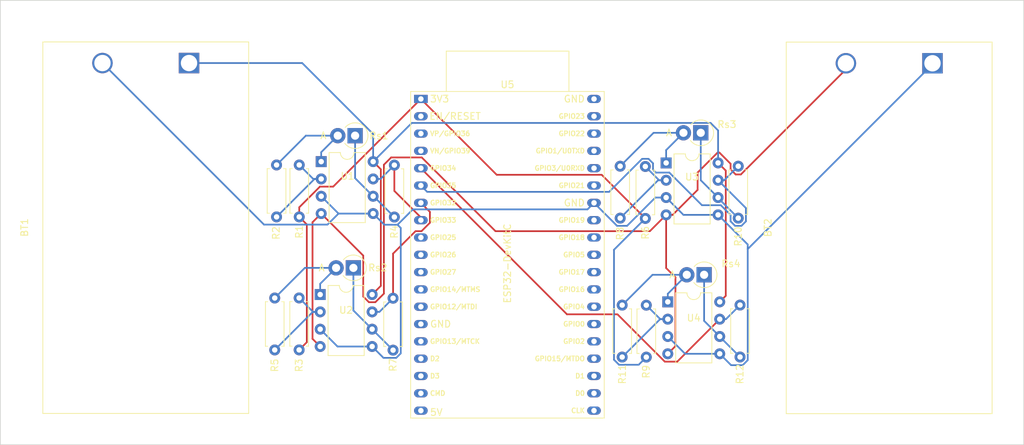
<source format=kicad_pcb>
(kicad_pcb (version 20221018) (generator pcbnew)
  (layers (0 "F.Cu" signal) (31 "B.Cu" signal) (34 "B.Paste" user) (35 "F.Paste" user) (36 "B.SilkS" user "B.Silkscreen") (37 "F.SilkS" user "F.Silkscreen") (38 "B.Mask" user) (39 "F.Mask" user) (44 "Edge.Cuts" user))
  (net 0 "")
  (net 1 "Net-(BT1-+)")
  (net 2 "Net-(BT1--)")
  (net 3 "Net-(BT2--)")
  (net 4 "Net-(U5-3V3)")
  (net 5 "Net-(U1A--)")
  (net 6 "Net-(R2-Pad2)")
  (net 7 "Net-(U2A--)")
  (net 8 "Net-(U1B--)")
  (net 9 "Net-(U5-32K_XN{slash}GPIO33{slash}ADC1_CH5)")
  (net 10 "Net-(R5-Pad2)")
  (net 11 "Net-(U3A--)")
  (net 12 "Net-(U2B--)")
  (net 13 "Net-(U5-32K_XP{slash}GPIO32{slash}ADC1_CH4)")
  (net 14 "Net-(R8-Pad2)")
  (net 15 "Net-(U4A--)")
  (net 16 "Net-(U3B--)")
  (net 17 "Net-(U5-VDET_2{slash}GPIO35{slash}ADC1_CH7)")
  (net 18 "Net-(R11-Pad2)")
  (net 19 "Net-(U4B--)")
  (net 20 "Net-(U5-VDET_1{slash}GPIO34{slash}ADC1_CH6)")
  (footprint "Resistor_THT:R_Axial_DIN0207_L6.3mm_D2.5mm_P7.62mm_Horizontal" (layer "F.Cu") (at 165.918 94.892 90)
    (fp_text reference "R6" (at -2.11 0.01 90) (layer "F.SilkS"))
    (fp_text value "1k")
    (fp_line (start 0.54 -1.37) (end 7.08 -1.37) (stroke (width 0.12)) (layer "F.SilkS"))
    (fp_line (start 0.54 -1.04) (end 0.54 -1.37) (stroke (width 0.12)) (layer "F.SilkS"))
    (fp_line (start 0.54 1.04) (end 0.54 1.37) (stroke (width 0.12)) (layer "F.SilkS"))
    (fp_line (start 0.54 1.37) (end 7.08 1.37) (stroke (width 0.12)) (layer "F.SilkS"))
    (fp_line (start 7.08 -1.37) (end 7.08 -1.04) (stroke (width 0.12)) (layer "F.SilkS"))
    (fp_line (start 7.08 1.37) (end 7.08 1.04) (stroke (width 0.12)) (layer "F.SilkS"))
    (pad "1" thru_hole circle (at 0 0 90) (size 1.6 1.6) (drill 0.8) (layers "*.Cu" "*.Mask") (net 4 "Net-(U5-3V3)"))
    (pad "2" thru_hole oval (at 7.62 0 90) (size 1.6 1.6) (drill 0.8) (layers "*.Cu" "*.Mask") (net 11 "Net-(U3A--)"))
  )
  (footprint "Battery:BatteryHolder_Eagle_12BH611-GR" (layer "F.Cu") (at 98.98 72.1 90)
    (fp_text reference "BT1" (at -24.13 -24.13 90) (layer "F.SilkS"))
    (fp_text value "9V")
    (fp_line (start -51.4 -21.45) (end 3.1 -21.45) (stroke (width 0.12)) (layer "F.SilkS"))
    (fp_line (start -51.4 8.75) (end -51.4 -21.45) (stroke (width 0.12)) (layer "F.SilkS"))
    (fp_line (start 3.1 -21.45) (end 3.1 8.75) (stroke (width 0.12)) (layer "F.SilkS"))
    (fp_line (start 3.1 8.75) (end -51.4 8.75) (stroke (width 0.12)) (layer "F.SilkS"))
    (pad "" np_thru_hole circle (at -38.9 -17.45 90) (size 2.6 2.6) (drill 2.6) (layers "*.Cu" "*.Mask"))
    (pad "" np_thru_hole circle (at -24.15 4.75 90) (size 2.6 2.6) (drill 2.6) (layers "*.Cu" "*.Mask"))
    (pad "" np_thru_hole circle (at -10.9 -17.45 90) (size 2.6 2.6) (drill 2.6) (layers "*.Cu" "*.Mask"))
    (pad "1" thru_hole rect (at 0 0 90) (size 3 3) (drill 2.4) (layers "*.Cu" "*.Mask") (net 1 "Net-(BT1-+)"))
    (pad "2" thru_hole circle (at 0 -12.7 90) (size 3 3) (drill 2.4) (layers "*.Cu" "*.Mask") (net 2 "Net-(BT1--)"))
  )
  (footprint "Resistor_THT:R_Axial_DIN0207_L6.3mm_D2.5mm_P7.62mm_Horizontal" (layer "F.Cu") (at 179.81 115.22 90)
    (fp_text reference "R12" (at -2.53 -0.02 90) (layer "F.SilkS"))
    (fp_text value "10k")
    (fp_line (start 0.54 -1.37) (end 7.08 -1.37) (stroke (width 0.12)) (layer "F.SilkS"))
    (fp_line (start 0.54 -1.04) (end 0.54 -1.37) (stroke (width 0.12)) (layer "F.SilkS"))
    (fp_line (start 0.54 1.04) (end 0.54 1.37) (stroke (width 0.12)) (layer "F.SilkS"))
    (fp_line (start 0.54 1.37) (end 7.08 1.37) (stroke (width 0.12)) (layer "F.SilkS"))
    (fp_line (start 7.08 -1.37) (end 7.08 -1.04) (stroke (width 0.12)) (layer "F.SilkS"))
    (fp_line (start 7.08 1.37) (end 7.08 1.04) (stroke (width 0.12)) (layer "F.SilkS"))
    (pad "1" thru_hole circle (at 0 0 90) (size 1.6 1.6) (drill 0.8) (layers "*.Cu" "*.Mask") (net 19 "Net-(U4B--)"))
    (pad "2" thru_hole oval (at 7.62 0 90) (size 1.6 1.6) (drill 0.8) (layers "*.Cu" "*.Mask") (net 20 "Net-(U5-VDET_1{slash}GPIO34{slash}ADC1_CH6)"))
  )
  (footprint "Package_DIP:DIP-8_W7.62mm" (layer "F.Cu") (at 118.37 86.56)
    (fp_text reference "U1" (at 3.86 2.13) (layer "F.SilkS"))
    (fp_text value "TL072")
    (fp_line (start 1.16 -1.33) (end 1.16 8.95) (stroke (width 0.12)) (layer "F.SilkS"))
    (fp_line (start 1.16 8.95) (end 6.46 8.95) (stroke (width 0.12)) (layer "F.SilkS"))
    (fp_line (start 2.81 -1.33) (end 1.16 -1.33) (stroke (width 0.12)) (layer "F.SilkS"))
    (fp_line (start 6.46 -1.33) (end 4.81 -1.33) (stroke (width 0.12)) (layer "F.SilkS"))
    (fp_line (start 6.46 8.95) (end 6.46 -1.33) (stroke (width 0.12)) (layer "F.SilkS"))
    (fp_arc (start 4.81 -1.33) (mid 3.81 -0.33) (end 2.81 -1.33) (stroke (width 0.12)) (layer "F.SilkS"))
    (pad "1" thru_hole rect (at 0 0) (size 1.6 1.6) (drill 0.8) (layers "*.Cu" "*.Mask") (net 6 "Net-(R2-Pad2)"))
    (pad "2" thru_hole oval (at 0 2.54) (size 1.6 1.6) (drill 0.8) (layers "*.Cu" "*.Mask") (net 5 "Net-(U1A--)"))
    (pad "3" thru_hole oval (at 0 5.08) (size 1.6 1.6) (drill 0.8) (layers "*.Cu" "*.Mask") (net 2 "Net-(BT1--)"))
    (pad "4" thru_hole oval (at 0 7.62) (size 1.6 1.6) (drill 0.8) (layers "*.Cu" "*.Mask") (net 3 "Net-(BT2--)"))
    (pad "5" thru_hole oval (at 7.62 7.62) (size 1.6 1.6) (drill 0.8) (layers "*.Cu" "*.Mask") (net 2 "Net-(BT1--)"))
    (pad "6" thru_hole oval (at 7.62 5.08) (size 1.6 1.6) (drill 0.8) (layers "*.Cu" "*.Mask") (net 8 "Net-(U1B--)"))
    (pad "7" thru_hole oval (at 7.62 2.54) (size 1.6 1.6) (drill 0.8) (layers "*.Cu" "*.Mask") (net 9 "Net-(U5-32K_XN{slash}GPIO33{slash}ADC1_CH5)"))
    (pad "8" thru_hole oval (at 7.62 0) (size 1.6 1.6) (drill 0.8) (layers "*.Cu" "*.Mask") (net 1 "Net-(BT1-+)"))
  )
  (footprint "Resistor_THT:R_Axial_DIN0207_L6.3mm_D2.5mm_P7.62mm_Horizontal" (layer "F.Cu") (at 111.552 114.188 90)
    (fp_text reference "R5" (at -2.26 0 90) (layer "F.SilkS"))
    (fp_text value "1k")
    (fp_line (start 0.54 -1.37) (end 7.08 -1.37) (stroke (width 0.12)) (layer "F.SilkS"))
    (fp_line (start 0.54 -1.04) (end 0.54 -1.37) (stroke (width 0.12)) (layer "F.SilkS"))
    (fp_line (start 0.54 1.04) (end 0.54 1.37) (stroke (width 0.12)) (layer "F.SilkS"))
    (fp_line (start 0.54 1.37) (end 7.08 1.37) (stroke (width 0.12)) (layer "F.SilkS"))
    (fp_line (start 7.08 -1.37) (end 7.08 -1.04) (stroke (width 0.12)) (layer "F.SilkS"))
    (fp_line (start 7.08 1.37) (end 7.08 1.04) (stroke (width 0.12)) (layer "F.SilkS"))
    (pad "1" thru_hole circle (at 0 0 90) (size 1.6 1.6) (drill 0.8) (layers "*.Cu" "*.Mask") (net 7 "Net-(U2A--)"))
    (pad "2" thru_hole oval (at 7.62 0 90) (size 1.6 1.6) (drill 0.8) (layers "*.Cu" "*.Mask") (net 10 "Net-(R5-Pad2)"))
  )
  (footprint "Espressif:ESP32-DevKitC" (layer "F.Cu") (at 132.99 77.36656)
    (fp_text reference "U5" (at 12.7 -2.1) (layer "F.SilkS"))
    (fp_text value "ESP32-DevKitC" (at 12.7 24.13 90) (layer "F.SilkS"))
    (fp_text user "GPIO5" (at 24.13 22.86 unlocked) (layer "F.SilkS") (effects (font (size 0.7 0.7)) (justify right)))
    (fp_text user "GPIO17" (at 24.13 25.4 unlocked) (layer "F.SilkS") (effects (font (size 0.7 0.7)) (justify right)))
    (fp_text user "GPIO2" (at 24.13 35.56 unlocked) (layer "F.SilkS") (effects (font (size 0.7 0.7)) (justify right)))
    (fp_text user "GPIO16" (at 24.13 27.94 unlocked) (layer "F.SilkS") (effects (font (size 0.7 0.7)) (justify right)))
    (fp_text user "GND" (at 24.13 15.24 unlocked) (layer "F.SilkS") (effects (justify right)))
    (fp_text user "D2" (at 1.27 38.1 unlocked) (layer "F.SilkS") (effects (font (size 0.7 0.7)) (justify left)))
    (fp_text user "GPIO0" (at 24.13 33.02 unlocked) (layer "F.SilkS") (effects (font (size 0.7 0.7)) (justify right)))
    (fp_text user "GPIO25" (at 1.27 20.32 unlocked) (layer "F.SilkS") (effects (font (size 0.7 0.7)) (justify left)))
    (fp_text user "GND" (at 1.27 33.02 unlocked) (layer "F.SilkS") (effects (justify left)))
    (fp_text user "D1" (at 24.13 40.64 unlocked) (layer "F.SilkS") (effects (font (size 0.7 0.7)) (justify right)))
    (fp_text user "D0" (at 24.13 43.18 unlocked) (layer "F.SilkS") (effects (font (size 0.7 0.7)) (justify right)))
    (fp_text user "GPIO3/U0RXD" (at 24.13 10.16 unlocked) (layer "F.SilkS") (effects (font (size 0.7 0.7)) (justify right)))
    (fp_text user "GPIO21" (at 24.13 12.7 unlocked) (layer "F.SilkS") (effects (font (size 0.7 0.7)) (justify right)))
    (fp_text user "GPIO27" (at 1.27 25.4 unlocked) (layer "F.SilkS") (effects (font (size 0.7 0.7)) (justify left)))
    (fp_text user "3V3" (at 1.27 0 unlocked) (layer "F.SilkS") (effects (justify left)))
    (fp_text user "CMD" (at 1.27 43.18 unlocked) (layer "F.SilkS") (effects (font (size 0.7 0.7)) (justify left)))
    (fp_text user "VP/GPIO36" (at 1.27 5.08 unlocked) (layer "F.SilkS") (effects (font (size 0.7 0.7)) (justify left)))
    (fp_text user "GPIO12/MTDI" (at 1.27 30.48 unlocked) (layer "F.SilkS") (effects (font (size 0.7 0.7)) (justify left)))
    (fp_text user "GPIO1/U0TXD" (at 24.13 7.62 unlocked) (layer "F.SilkS") (effects (font (size 0.7 0.7)) (justify right)))
    (fp_text user "VN/GPIO39" (at 1.27 7.62 unlocked) (layer "F.SilkS") (effects (font (size 0.7 0.7)) (justify left)))
    (fp_text user "GND" (at 24.13 0 unlocked) (layer "F.SilkS") (effects (justify right)))
    (fp_text user "GPIO26" (at 1.27 22.86 unlocked) (layer "F.SilkS") (effects (font (size 0.7 0.7)) (justify left)))
    (fp_text user "5V" (at 1.26632 45.97128 unlocked) (layer "F.SilkS") (effects (justify left)))
    (fp_text user "D3" (at 1.27 40.64 unlocked) (layer "F.SilkS") (effects (font (size 0.7 0.7)) (justify left)))
    (fp_text user "GPIO14/MTMS" (at 1.27 27.94 unlocked) (layer "F.SilkS") (effects (font (size 0.7 0.7)) (justify left)))
    (fp_text user "GPIO22" (at 24.13 5.08 unlocked) (layer "F.SilkS") (effects (font (size 0.7 0.7)) (justify right)))
    (fp_text user "EN/RESET" (at 8.88632 2.53728 unlocked) (layer "F.SilkS") (effects (justify right)))
    (fp_text user "GPIO4" (at 24.13 30.48 unlocked) (layer "F.SilkS") (effects (font (size 0.7 0.7)) (justify right)))
    (fp_text user "GPIO23" (at 24.13 2.54 unlocked) (layer "F.SilkS") (effects (font (size 0.7 0.7)) (justify right)))
    (fp_text user "GPIO35" (at 1.27 12.7 unlocked) (layer "F.SilkS") (effects (font (size 0.7 0.7)) (justify left)))
    (fp_text user "GPIO13/MTCK" (at 1.27 35.56 unlocked) (layer "F.SilkS") (effects (font (size 0.7 0.7)) (justify left)))
    (fp_text user "CLK" (at 24.13 45.72 unlocked) (layer "F.SilkS") (effects (font (size 0.7 0.7)) (justify right)))
    (fp_text user "GPIO18" (at 24.13 20.32 unlocked) (layer "F.SilkS") (effects (font (size 0.7 0.7)) (justify right)))
    (fp_text user "GPIO19" (at 24.13 17.78 unlocked) (layer "F.SilkS") (effects (font (size 0.7 0.7)) (justify right)))
    (fp_text user "GPIO15/MTDO" (at 24.13 38.1 unlocked) (layer "F.SilkS") (effects (font (size 0.7 0.7)) (justify right)))
    (fp_text user "GPIO32" (at 1.27 15.24 unlocked) (layer "F.SilkS") (effects (font (size 0.7 0.7)) (justify left)))
    (fp_text user "GPIO33" (at 1.27 17.78 unlocked) (layer "F.SilkS") (effects (font (size 0.7 0.7)) (justify left)))
    (fp_text user "GPIO34" (at 1.27 10.16 unlocked) (layer "F.SilkS") (effects (font (size 0.7 0.7)) (justify left)))
    (fp_line (start -1.5 46.82) (end 26.899999 46.82) (stroke (width 0.12)) (layer "F.SilkS"))
    (fp_line (start -1.499999 -1.1) (end -1.5 46.82) (stroke (width 0.12)) (layer "F.SilkS"))
    (fp_line (start 3.73012 -7.01312) (end 21.71332 -7.01312) (stroke (width 0.12)) (layer "F.SilkS"))
    (fp_line (start 3.73012 -1.12032) (end 3.73012 -7.01312) (stroke (width 0.12)) (layer "F.SilkS"))
    (fp_line (start 21.71332 -7.01312) (end 21.71332 -1.12032) (stroke (width 0.12)) (layer "F.SilkS"))
    (fp_line (start 26.899999 46.82) (end 26.9 -1.1) (stroke (width 0.12)) (layer "F.SilkS"))
    (fp_line (start 26.9 -1.1) (end -1.499999 -1.1) (stroke (width 0.12)) (layer "F.SilkS"))
    (pad "1" thru_hole rect (at 0 0 270) (size 1.2 2) (drill 0.8) (layers "*.Cu" "*.Mask") (net 4 "Net-(U5-3V3)"))
    (pad "2" thru_hole oval (at 0 2.54 270) (size 1.2 2) (drill 0.8) (layers "*.Cu" "*.Mask"))
    (pad "3" thru_hole oval (at 0 5.08 270) (size 1.2 2) (drill 0.8) (layers "*.Cu" "*.Mask"))
    (pad "4" thru_hole oval (at 0 7.62 270) (size 1.2 2) (drill 0.8) (layers "*.Cu" "*.Mask"))
    (pad "5" thru_hole oval (at 0 10.16 270) (size 1.2 2) (drill 0.8) (layers "*.Cu" "*.Mask") (net 20 "Net-(U5-VDET_1{slash}GPIO34{slash}ADC1_CH6)"))
    (pad "6" thru_hole oval (at 0 12.7 270) (size 1.2 2) (drill 0.8) (layers "*.Cu" "*.Mask") (net 17 "Net-(U5-VDET_2{slash}GPIO35{slash}ADC1_CH7)"))
    (pad "7" thru_hole oval (at 0 15.24 270) (size 1.2 2) (drill 0.8) (layers "*.Cu" "*.Mask") (net 13 "Net-(U5-32K_XP{slash}GPIO32{slash}ADC1_CH4)"))
    (pad "8" thru_hole oval (at 0 17.78 270) (size 1.2 2) (drill 0.8) (layers "*.Cu" "*.Mask") (net 9 "Net-(U5-32K_XN{slash}GPIO33{slash}ADC1_CH5)"))
    (pad "9" thru_hole oval (at 0 20.32 270) (size 1.2 2) (drill 0.8) (layers "*.Cu" "*.Mask"))
    (pad "10" thru_hole oval (at 0 22.86 270) (size 1.2 2) (drill 0.8) (layers "*.Cu" "*.Mask"))
    (pad "11" thru_hole oval (at 0 25.4 270) (size 1.2 2) (drill 0.8) (layers "*.Cu" "*.Mask"))
    (pad "12" thru_hole oval (at 0 27.94 270) (size 1.2 2) (drill 0.8) (layers "*.Cu" "*.Mask"))
    (pad "13" thru_hole oval (at 0 30.48 270) (size 1.2 2) (drill 0.8) (layers "*.Cu" "*.Mask"))
    (pad "14" thru_hole oval (at 0 33.02 270) (size 1.2 2) (drill 0.8) (layers "*.Cu" "*.Mask"))
    (pad "15" thru_hole oval (at 0 35.56 270) (size 1.2 2) (drill 0.8) (layers "*.Cu" "*.Mask"))
    (pad "16" thru_hole oval (at 0 38.1 270) (size 1.2 2) (drill 0.8) (layers "*.Cu" "*.Mask"))
    (pad "17" thru_hole oval (at 0 40.64 270) (size 1.2 2) (drill 0.8) (layers "*.Cu" "*.Mask"))
    (pad "18" thru_hole oval (at 0 43.18 270) (size 1.2 2) (drill 0.8) (layers "*.Cu" "*.Mask"))
    (pad "19" thru_hole oval (at 0 45.72 270) (size 1.2 2) (drill 0.8) (layers "*.Cu" "*.Mask"))
    (pad "20" thru_hole oval (at 25.39632 45.71728 270) (size 1.2 2) (drill 0.8) (layers "*.Cu" "*.Mask"))
    (pad "21" thru_hole oval (at 25.39632 43.17728 270) (size 1.2 2) (drill 0.8) (layers "*.Cu" "*.Mask"))
    (pad "22" thru_hole oval (at 25.4 40.64 270) (size 1.2 2) (drill 0.8) (layers "*.Cu" "*.Mask"))
    (pad "23" thru_hole oval (at 25.4 38.1 270) (size 1.2 2) (drill 0.8) (layers "*.Cu" "*.Mask"))
    (pad "24" thru_hole oval (at 25.4 35.56 270) (size 1.2 2) (drill 0.8) (layers "*.Cu" "*.Mask"))
    (pad "25" thru_hole oval (at 25.4 33.02 270) (size 1.2 2) (drill 0.8) (layers "*.Cu" "*.Mask"))
    (pad "26" thru_hole oval (at 25.4 30.48 270) (size 1.2 2) (drill 0.8) (layers "*.Cu" "*.Mask"))
    (pad "27" thru_hole oval (at 25.4 27.94 270) (size 1.2 2) (drill 0.8) (layers "*.Cu" "*.Mask"))
    (pad "28" thru_hole oval (at 25.4 25.4 270) (size 1.2 2) (drill 0.8) (layers "*.Cu" "*.Mask"))
    (pad "29" thru_hole oval (at 25.4 22.86 270) (size 1.2 2) (drill 0.8) (layers "*.Cu" "*.Mask"))
    (pad "30" thru_hole oval (at 25.4 20.32 270) (size 1.2 2) (drill 0.8) (layers "*.Cu" "*.Mask"))
    (pad "31" thru_hole oval (at 25.4 17.78 270) (size 1.2 2) (drill 0.8) (layers "*.Cu" "*.Mask"))
    (pad "32" thru_hole oval (at 25.4 15.24 270) (size 1.2 2) (drill 0.8) (layers "*.Cu" "*.Mask") (net 2 "Net-(BT1--)"))
    (pad "33" thru_hole oval (at 25.4 12.7 270) (size 1.2 2) (drill 0.8) (layers "*.Cu" "*.Mask"))
    (pad "34" thru_hole oval (at 25.4 10.16 270) (size 1.2 2) (drill 0.8) (layers "*.Cu" "*.Mask"))
    (pad "35" thru_hole oval (at 25.4 7.62 270) (size 1.2 2) (drill 0.8) (layers "*.Cu" "*.Mask"))
    (pad "36" thru_hole oval (at 25.4 5.08 270) (size 1.2 2) (drill 0.8) (layers "*.Cu" "*.Mask"))
    (pad "37" thru_hole oval (at 25.4 2.54 270) (size 1.2 2) (drill 0.8) (layers "*.Cu" "*.Mask"))
    (pad "38" thru_hole oval (at 25.4 0 270) (size 1.2 2) (drill 0.8) (layers "*.Cu" "*.Mask"))
  )
  (footprint "Resistor_THT:R_Axial_DIN0207_L6.3mm_D2.5mm_P7.62mm_Horizontal" (layer "F.Cu") (at 115.132 114.178 90)
    (fp_text reference "R3" (at -2.27 -0.01 90) (layer "F.SilkS"))
    (fp_text value "1k")
    (fp_line (start 0.54 -1.37) (end 7.08 -1.37) (stroke (width 0.12)) (layer "F.SilkS"))
    (fp_line (start 0.54 -1.04) (end 0.54 -1.37) (stroke (width 0.12)) (layer "F.SilkS"))
    (fp_line (start 0.54 1.04) (end 0.54 1.37) (stroke (width 0.12)) (layer "F.SilkS"))
    (fp_line (start 0.54 1.37) (end 7.08 1.37) (stroke (width 0.12)) (layer "F.SilkS"))
    (fp_line (start 7.08 -1.37) (end 7.08 -1.04) (stroke (width 0.12)) (layer "F.SilkS"))
    (fp_line (start 7.08 1.37) (end 7.08 1.04) (stroke (width 0.12)) (layer "F.SilkS"))
    (pad "1" thru_hole circle (at 0 0 90) (size 1.6 1.6) (drill 0.8) (layers "*.Cu" "*.Mask") (net 4 "Net-(U5-3V3)"))
    (pad "2" thru_hole oval (at 7.62 0 90) (size 1.6 1.6) (drill 0.8) (layers "*.Cu" "*.Mask") (net 7 "Net-(U2A--)"))
  )
  (footprint "Package_DIP:DIP-8_W7.62mm" (layer "F.Cu") (at 169.21 107.13)
    (fp_text reference "U4" (at 3.81 2.37) (layer "F.SilkS"))
    (fp_text value "TL072")
    (fp_line (start 1.16 -1.33) (end 1.16 8.95) (stroke (width 0.12)) (layer "F.SilkS"))
    (fp_line (start 1.16 8.95) (end 6.46 8.95) (stroke (width 0.12)) (layer "F.SilkS"))
    (fp_line (start 2.81 -1.33) (end 1.16 -1.33) (stroke (width 0.12)) (layer "F.SilkS"))
    (fp_line (start 6.46 -1.33) (end 4.81 -1.33) (stroke (width 0.12)) (layer "F.SilkS"))
    (fp_line (start 6.46 8.95) (end 6.46 -1.33) (stroke (width 0.12)) (layer "F.SilkS"))
    (fp_arc (start 4.81 -1.33) (mid 3.81 -0.33) (end 2.81 -1.33) (stroke (width 0.12)) (layer "F.SilkS"))
    (pad "1" thru_hole rect (at 0 0) (size 1.6 1.6) (drill 0.8) (layers "*.Cu" "*.Mask") (net 18 "Net-(R11-Pad2)"))
    (pad "2" thru_hole oval (at 0 2.54) (size 1.6 1.6) (drill 0.8) (layers "*.Cu" "*.Mask") (net 15 "Net-(U4A--)"))
    (pad "3" thru_hole oval (at 0 5.08) (size 1.6 1.6) (drill 0.8) (layers "*.Cu" "*.Mask") (net 2 "Net-(BT1--)"))
    (pad "4" thru_hole oval (at 0 7.62) (size 1.6 1.6) (drill 0.8) (layers "*.Cu" "*.Mask") (net 3 "Net-(BT2--)"))
    (pad "5" thru_hole oval (at 7.62 7.62) (size 1.6 1.6) (drill 0.8) (layers "*.Cu" "*.Mask") (net 2 "Net-(BT1--)"))
    (pad "6" thru_hole oval (at 7.62 5.08) (size 1.6 1.6) (drill 0.8) (layers "*.Cu" "*.Mask") (net 19 "Net-(U4B--)"))
    (pad "7" thru_hole oval (at 7.62 2.54) (size 1.6 1.6) (drill 0.8) (layers "*.Cu" "*.Mask") (net 20 "Net-(U5-VDET_1{slash}GPIO34{slash}ADC1_CH6)"))
    (pad "8" thru_hole oval (at 7.62 0) (size 1.6 1.6) (drill 0.8) (layers "*.Cu" "*.Mask") (net 1 "Net-(BT1-+)"))
  )
  (footprint "Resistor_THT:R_Axial_DIN0207_L6.3mm_D2.5mm_P7.62mm_Horizontal" (layer "F.Cu") (at 179.548 94.852 90)
    (fp_text reference "R10" (at -2.68 -0.01 90) (layer "F.SilkS"))
    (fp_text value "10k")
    (fp_line (start 0.54 -1.37) (end 7.08 -1.37) (stroke (width 0.12)) (layer "F.SilkS"))
    (fp_line (start 0.54 -1.04) (end 0.54 -1.37) (stroke (width 0.12)) (layer "F.SilkS"))
    (fp_line (start 0.54 1.04) (end 0.54 1.37) (stroke (width 0.12)) (layer "F.SilkS"))
    (fp_line (start 0.54 1.37) (end 7.08 1.37) (stroke (width 0.12)) (layer "F.SilkS"))
    (fp_line (start 7.08 -1.37) (end 7.08 -1.04) (stroke (width 0.12)) (layer "F.SilkS"))
    (fp_line (start 7.08 1.37) (end 7.08 1.04) (stroke (width 0.12)) (layer "F.SilkS"))
    (pad "1" thru_hole circle (at 0 0 90) (size 1.6 1.6) (drill 0.8) (layers "*.Cu" "*.Mask") (net 16 "Net-(U3B--)"))
    (pad "2" thru_hole oval (at 7.62 0 90) (size 1.6 1.6) (drill 0.8) (layers "*.Cu" "*.Mask") (net 17 "Net-(U5-VDET_2{slash}GPIO35{slash}ADC1_CH7)"))
  )
  (footprint "Resistor_THT:R_Axial_DIN0207_L6.3mm_D2.5mm_P7.62mm_Horizontal" (layer "F.Cu") (at 129.1 94.69 90)
    (fp_text reference "R4" (at -2.17 -0.01 90) (layer "F.SilkS"))
    (fp_text value "10k")
    (fp_line (start 0.54 -1.37) (end 7.08 -1.37) (stroke (width 0.12)) (layer "F.SilkS"))
    (fp_line (start 0.54 -1.04) (end 0.54 -1.37) (stroke (width 0.12)) (layer "F.SilkS"))
    (fp_line (start 0.54 1.04) (end 0.54 1.37) (stroke (width 0.12)) (layer "F.SilkS"))
    (fp_line (start 0.54 1.37) (end 7.08 1.37) (stroke (width 0.12)) (layer "F.SilkS"))
    (fp_line (start 7.08 -1.37) (end 7.08 -1.04) (stroke (width 0.12)) (layer "F.SilkS"))
    (fp_line (start 7.08 1.37) (end 7.08 1.04) (stroke (width 0.12)) (layer "F.SilkS"))
    (pad "1" thru_hole circle (at 0 0 90) (size 1.6 1.6) (drill 0.8) (layers "*.Cu" "*.Mask") (net 8 "Net-(U1B--)"))
    (pad "2" thru_hole oval (at 7.62 0 90) (size 1.6 1.6) (drill 0.8) (layers "*.Cu" "*.Mask") (net 9 "Net-(U5-32K_XN{slash}GPIO33{slash}ADC1_CH5)"))
  )
  (footprint "Package_DIP:DIP-8_W7.62mm" (layer "F.Cu") (at 118.22 106.06)
    (fp_text reference "U2" (at 3.792 2.288) (layer "F.SilkS"))
    (fp_text value "TL072")
    (fp_line (start 1.16 -1.33) (end 1.16 8.95) (stroke (width 0.12)) (layer "F.SilkS"))
    (fp_line (start 1.16 8.95) (end 6.46 8.95) (stroke (width 0.12)) (layer "F.SilkS"))
    (fp_line (start 2.81 -1.33) (end 1.16 -1.33) (stroke (width 0.12)) (layer "F.SilkS"))
    (fp_line (start 6.46 -1.33) (end 4.81 -1.33) (stroke (width 0.12)) (layer "F.SilkS"))
    (fp_line (start 6.46 8.95) (end 6.46 -1.33) (stroke (width 0.12)) (layer "F.SilkS"))
    (fp_arc (start 4.81 -1.33) (mid 3.81 -0.33) (end 2.81 -1.33) (stroke (width 0.12)) (layer "F.SilkS"))
    (pad "1" thru_hole rect (at 0 0) (size 1.6 1.6) (drill 0.8) (layers "*.Cu" "*.Mask") (net 10 "Net-(R5-Pad2)"))
    (pad "2" thru_hole oval (at 0 2.54) (size 1.6 1.6) (drill 0.8) (layers "*.Cu" "*.Mask") (net 7 "Net-(U2A--)"))
    (pad "3" thru_hole oval (at 0 5.08) (size 1.6 1.6) (drill 0.8) (layers "*.Cu" "*.Mask") (net 2 "Net-(BT1--)"))
    (pad "4" thru_hole oval (at 0 7.62) (size 1.6 1.6) (drill 0.8) (layers "*.Cu" "*.Mask") (net 3 "Net-(BT2--)"))
    (pad "5" thru_hole oval (at 7.62 7.62) (size 1.6 1.6) (drill 0.8) (layers "*.Cu" "*.Mask") (net 2 "Net-(BT1--)"))
    (pad "6" thru_hole oval (at 7.62 5.08) (size 1.6 1.6) (drill 0.8) (layers "*.Cu" "*.Mask") (net 12 "Net-(U2B--)"))
    (pad "7" thru_hole oval (at 7.62 2.54) (size 1.6 1.6) (drill 0.8) (layers "*.Cu" "*.Mask") (net 13 "Net-(U5-32K_XP{slash}GPIO32{slash}ADC1_CH4)"))
    (pad "8" thru_hole oval (at 7.62 0) (size 1.6 1.6) (drill 0.8) (layers "*.Cu" "*.Mask") (net 1 "Net-(BT1-+)"))
  )
  (footprint "Resistor_THT:R_Axial_DIN0207_L6.3mm_D2.5mm_P7.62mm_Horizontal" (layer "F.Cu") (at 162.52 115.23 90)
    (fp_text reference "R11" (at -2.52 0.02 90) (layer "F.SilkS"))
    (fp_text value "1k")
    (fp_line (start 0.54 -1.37) (end 7.08 -1.37) (stroke (width 0.12)) (layer "F.SilkS"))
    (fp_line (start 0.54 -1.04) (end 0.54 -1.37) (stroke (width 0.12)) (layer "F.SilkS"))
    (fp_line (start 0.54 1.04) (end 0.54 1.37) (stroke (width 0.12)) (layer "F.SilkS"))
    (fp_line (start 0.54 1.37) (end 7.08 1.37) (stroke (width 0.12)) (layer "F.SilkS"))
    (fp_line (start 7.08 -1.37) (end 7.08 -1.04) (stroke (width 0.12)) (layer "F.SilkS"))
    (fp_line (start 7.08 1.37) (end 7.08 1.04) (stroke (width 0.12)) (layer "F.SilkS"))
    (pad "1" thru_hole circle (at 0 0 90) (size 1.6 1.6) (drill 0.8) (layers "*.Cu" "*.Mask") (net 15 "Net-(U4A--)"))
    (pad "2" thru_hole oval (at 7.62 0 90) (size 1.6 1.6) (drill 0.8) (layers "*.Cu" "*.Mask") (net 18 "Net-(R11-Pad2)"))
  )
  (footprint "Battery:BatteryHolder_Eagle_12BH611-GR" (layer "F.Cu") (at 208.04 72.13 90)
    (fp_text reference "BT2" (at -24.13 -24.13 90) (layer "F.SilkS"))
    (fp_text value "9V")
    (fp_line (start -51.4 -21.45) (end 3.1 -21.45) (stroke (width 0.12)) (layer "F.SilkS"))
    (fp_line (start -51.4 8.75) (end -51.4 -21.45) (stroke (width 0.12)) (layer "F.SilkS"))
    (fp_line (start 3.1 -21.45) (end 3.1 8.75) (stroke (width 0.12)) (layer "F.SilkS"))
    (fp_line (start 3.1 8.75) (end -51.4 8.75) (stroke (width 0.12)) (layer "F.SilkS"))
    (pad "" np_thru_hole circle (at -38.9 -17.45 90) (size 2.6 2.6) (drill 2.6) (layers "*.Cu" "*.Mask"))
    (pad "" np_thru_hole circle (at -24.15 4.75 90) (size 2.6 2.6) (drill 2.6) (layers "*.Cu" "*.Mask"))
    (pad "" np_thru_hole circle (at -10.9 -17.45 90) (size 2.6 2.6) (drill 2.6) (layers "*.Cu" "*.Mask"))
    (pad "1" thru_hole rect (at 0 0 90) (size 3 3) (drill 2.4) (layers "*.Cu" "*.Mask") (net 2 "Net-(BT1--)"))
    (pad "2" thru_hole circle (at 0 -12.7 90) (size 3 3) (drill 2.4) (layers "*.Cu" "*.Mask") (net 3 "Net-(BT2--)"))
  )
  (footprint "Resistor_THT:R_Axial_DIN0207_L6.3mm_D2.5mm_P7.62mm_Horizontal" (layer "F.Cu") (at 166.06 115.24 90)
    (fp_text reference "R9" (at -2.14 -0.02 90) (layer "F.SilkS"))
    (fp_text value "1k")
    (fp_line (start 0.54 -1.37) (end 7.08 -1.37) (stroke (width 0.12)) (layer "F.SilkS"))
    (fp_line (start 0.54 -1.04) (end 0.54 -1.37) (stroke (width 0.12)) (layer "F.SilkS"))
    (fp_line (start 0.54 1.04) (end 0.54 1.37) (stroke (width 0.12)) (layer "F.SilkS"))
    (fp_line (start 0.54 1.37) (end 7.08 1.37) (stroke (width 0.12)) (layer "F.SilkS"))
    (fp_line (start 7.08 -1.37) (end 7.08 -1.04) (stroke (width 0.12)) (layer "F.SilkS"))
    (fp_line (start 7.08 1.37) (end 7.08 1.04) (stroke (width 0.12)) (layer "F.SilkS"))
    (pad "1" thru_hole circle (at 0 0 90) (size 1.6 1.6) (drill 0.8) (layers "*.Cu" "*.Mask") (net 4 "Net-(U5-3V3)"))
    (pad "2" thru_hole oval (at 7.62 0 90) (size 1.6 1.6) (drill 0.8) (layers "*.Cu" "*.Mask") (net 15 "Net-(U4A--)"))
  )
  (footprint "Diode_THT:D_DO-15_P2.54mm_Vertical_AnodeUp" (layer "F.Cu") (at 174.54 103.16 180)
    (fp_text reference "Rs4" (at -3.94 1.63) (layer "F.SilkS"))
    (fp_text value "R")
    (fp_text user "A" (at 4.66 0) (layer "F.SilkS"))
    (fp_arc (start 1.456371 1.194732) (mid -1.883124 -0.047368) (end 1.514596 -1.12) (stroke (width 0.12)) (layer "F.SilkS"))
    (pad "1" thru_hole rect (at 0 0 180) (size 2.24 2.24) (drill 1.2) (layers "*.Cu" "*.Mask") (net 19 "Net-(U4B--)"))
    (pad "2" thru_hole oval (at 2.54 0 180) (size 2.24 2.24) (drill 1.2) (layers "*.Cu" "*.Mask") (net 18 "Net-(R11-Pad2)"))
  )
  (footprint "Resistor_THT:R_Axial_DIN0207_L6.3mm_D2.5mm_P7.62mm_Horizontal" (layer "F.Cu") (at 115.15 94.67 90)
    (fp_text reference "R1" (at -2.19 0 90) (layer "F.SilkS"))
    (fp_text value "1k")
    (fp_line (start 0.54 -1.37) (end 7.08 -1.37) (stroke (width 0.12)) (layer "F.SilkS"))
    (fp_line (start 0.54 -1.04) (end 0.54 -1.37) (stroke (width 0.12)) (layer "F.SilkS"))
    (fp_line (start 0.54 1.04) (end 0.54 1.37) (stroke (width 0.12)) (layer "F.SilkS"))
    (fp_line (start 0.54 1.37) (end 7.08 1.37) (stroke (width 0.12)) (layer "F.SilkS"))
    (fp_line (start 7.08 -1.37) (end 7.08 -1.04) (stroke (width 0.12)) (layer "F.SilkS"))
    (fp_line (start 7.08 1.37) (end 7.08 1.04) (stroke (width 0.12)) (layer "F.SilkS"))
    (pad "1" thru_hole circle (at 0 0 90) (size 1.6 1.6) (drill 0.8) (layers "*.Cu" "*.Mask") (net 4 "Net-(U5-3V3)"))
    (pad "2" thru_hole oval (at 7.62 0 90) (size 1.6 1.6) (drill 0.8) (layers "*.Cu" "*.Mask") (net 5 "Net-(U1A--)"))
  )
  (footprint "Diode_THT:D_DO-15_P2.54mm_Vertical_AnodeUp" (layer "F.Cu") (at 123.34 82.75 180)
    (fp_text reference "Rs1" (at -3.49 -0.02) (layer "F.SilkS"))
    (fp_text value "R")
    (fp_text user "A" (at 4.66 0) (layer "F.SilkS"))
    (fp_arc (start 1.456371 1.194732) (mid -1.883124 -0.047368) (end 1.514596 -1.12) (stroke (width 0.12)) (layer "F.SilkS"))
    (pad "1" thru_hole rect (at 0 0 180) (size 2.24 2.24) (drill 1.2) (layers "*.Cu" "*.Mask") (net 8 "Net-(U1B--)"))
    (pad "2" thru_hole oval (at 2.54 0 180) (size 2.24 2.24) (drill 1.2) (layers "*.Cu" "*.Mask") (net 6 "Net-(R2-Pad2)"))
  )
  (footprint "Resistor_THT:R_Axial_DIN0207_L6.3mm_D2.5mm_P7.62mm_Horizontal" (layer "F.Cu") (at 111.82 94.67 90)
    (fp_text reference "R2" (at -2.37 -0.06 90) (layer "F.SilkS"))
    (fp_text value "1k")
    (fp_line (start 0.54 -1.37) (end 7.08 -1.37) (stroke (width 0.12)) (layer "F.SilkS"))
    (fp_line (start 0.54 -1.04) (end 0.54 -1.37) (stroke (width 0.12)) (layer "F.SilkS"))
    (fp_line (start 0.54 1.04) (end 0.54 1.37) (stroke (width 0.12)) (layer "F.SilkS"))
    (fp_line (start 0.54 1.37) (end 7.08 1.37) (stroke (width 0.12)) (layer "F.SilkS"))
    (fp_line (start 7.08 -1.37) (end 7.08 -1.04) (stroke (width 0.12)) (layer "F.SilkS"))
    (fp_line (start 7.08 1.37) (end 7.08 1.04) (stroke (width 0.12)) (layer "F.SilkS"))
    (pad "1" thru_hole circle (at 0 0 90) (size 1.6 1.6) (drill 0.8) (layers "*.Cu" "*.Mask") (net 5 "Net-(U1A--)"))
    (pad "2" thru_hole oval (at 7.62 0 90) (size 1.6 1.6) (drill 0.8) (layers "*.Cu" "*.Mask") (net 6 "Net-(R2-Pad2)"))
  )
  (footprint "Resistor_THT:R_Axial_DIN0207_L6.3mm_D2.5mm_P7.62mm_Horizontal" (layer "F.Cu") (at 128.912 114.218 90)
    (fp_text reference "R7" (at -2.17 -0.01 90) (layer "F.SilkS"))
    (fp_text value "10k")
    (fp_line (start 0.54 -1.37) (end 7.08 -1.37) (stroke (width 0.12)) (layer "F.SilkS"))
    (fp_line (start 0.54 -1.04) (end 0.54 -1.37) (stroke (width 0.12)) (layer "F.SilkS"))
    (fp_line (start 0.54 1.04) (end 0.54 1.37) (stroke (width 0.12)) (layer "F.SilkS"))
    (fp_line (start 0.54 1.37) (end 7.08 1.37) (stroke (width 0.12)) (layer "F.SilkS"))
    (fp_line (start 7.08 -1.37) (end 7.08 -1.04) (stroke (width 0.12)) (layer "F.SilkS"))
    (fp_line (start 7.08 1.37) (end 7.08 1.04) (stroke (width 0.12)) (layer "F.SilkS"))
    (pad "1" thru_hole circle (at 0 0 90) (size 1.6 1.6) (drill 0.8) (layers "*.Cu" "*.Mask") (net 12 "Net-(U2B--)"))
    (pad "2" thru_hole oval (at 7.62 0 90) (size 1.6 1.6) (drill 0.8) (layers "*.Cu" "*.Mask") (net 13 "Net-(U5-32K_XP{slash}GPIO32{slash}ADC1_CH4)"))
  )
  (footprint "Package_DIP:DIP-8_W7.62mm" (layer "F.Cu") (at 168.97 86.75)
    (fp_text reference "U3" (at 3.788 2.062) (layer "F.SilkS"))
    (fp_text value "TL072")
    (fp_line (start 1.16 -1.33) (end 1.16 8.95) (stroke (width 0.12)) (layer "F.SilkS"))
    (fp_line (start 1.16 8.95) (end 6.46 8.95) (stroke (width 0.12)) (layer "F.SilkS"))
    (fp_line (start 2.81 -1.33) (end 1.16 -1.33) (stroke (width 0.12)) (layer "F.SilkS"))
    (fp_line (start 6.46 -1.33) (end 4.81 -1.33) (stroke (width 0.12)) (layer "F.SilkS"))
    (fp_line (start 6.46 8.95) (end 6.46 -1.33) (stroke (width 0.12)) (layer "F.SilkS"))
    (fp_arc (start 4.81 -1.33) (mid 3.81 -0.33) (end 2.81 -1.33) (stroke (width 0.12)) (layer "F.SilkS"))
    (pad "1" thru_hole rect (at 0 0) (size 1.6 1.6) (drill 0.8) (layers "*.Cu" "*.Mask") (net 14 "Net-(R8-Pad2)"))
    (pad "2" thru_hole oval (at 0 2.54) (size 1.6 1.6) (drill 0.8) (layers "*.Cu" "*.Mask") (net 11 "Net-(U3A--)"))
    (pad "3" thru_hole oval (at 0 5.08) (size 1.6 1.6) (drill 0.8) (layers "*.Cu" "*.Mask") (net 2 "Net-(BT1--)"))
    (pad "4" thru_hole oval (at 0 7.62) (size 1.6 1.6) (drill 0.8) (layers "*.Cu" "*.Mask") (net 3 "Net-(BT2--)"))
    (pad "5" thru_hole oval (at 7.62 7.62) (size 1.6 1.6) (drill 0.8) (layers "*.Cu" "*.Mask") (net 2 "Net-(BT1--)"))
    (pad "6" thru_hole oval (at 7.62 5.08) (size 1.6 1.6) (drill 0.8) (layers "*.Cu" "*.Mask") (net 16 "Net-(U3B--)"))
    (pad "7" thru_hole oval (at 7.62 2.54) (size 1.6 1.6) (drill 0.8) (layers "*.Cu" "*.Mask") (net 17 "Net-(U5-VDET_2{slash}GPIO35{slash}ADC1_CH7)"))
    (pad "8" thru_hole oval (at 7.62 0) (size 1.6 1.6) (drill 0.8) (layers "*.Cu" "*.Mask") (net 1 "Net-(BT1-+)"))
  )
  (footprint "Diode_THT:D_DO-15_P2.54mm_Vertical_AnodeUp" (layer "F.Cu") (at 123.092 102.148 180)
    (fp_text reference "Rs2" (at -3.57 0.02) (layer "F.SilkS"))
    (fp_text value "R")
    (fp_text user "A" (at 4.66 0) (layer "F.SilkS"))
    (fp_arc (start 1.456371 1.194732) (mid -1.883124 -0.047368) (end 1.514596 -1.12) (stroke (width 0.12)) (layer "F.SilkS"))
    (pad "1" thru_hole rect (at 0 0 180) (size 2.24 2.24) (drill 1.2) (layers "*.Cu" "*.Mask") (net 12 "Net-(U2B--)"))
    (pad "2" thru_hole oval (at 2.54 0 180) (size 2.24 2.24) (drill 1.2) (layers "*.Cu" "*.Mask") (net 10 "Net-(R5-Pad2)"))
  )
  (footprint "Diode_THT:D_DO-15_P2.54mm_Vertical_AnodeUp" (layer "F.Cu") (at 174.048 82.332 180)
    (fp_text reference "Rs3" (at -3.84 1.23) (layer "F.SilkS"))
    (fp_text value "R")
    (fp_text user "A" (at 4.66 0) (layer "F.SilkS"))
    (fp_arc (start 1.456371 1.194732) (mid -1.883124 -0.047368) (end 1.514596 -1.12) (stroke (width 0.12)) (layer "F.SilkS"))
    (pad "1" thru_hole rect (at 0 0 180) (size 2.24 2.24) (drill 1.2) (layers "*.Cu" "*.Mask") (net 16 "Net-(U3B--)"))
    (pad "2" thru_hole oval (at 2.54 0 180) (size 2.24 2.24) (drill 1.2) (layers "*.Cu" "*.Mask") (net 14 "Net-(R8-Pad2)"))
  )
  (footprint "Resistor_THT:R_Axial_DIN0207_L6.3mm_D2.5mm_P7.62mm_Horizontal" (layer "F.Cu") (at 162.228 94.852 90)
    (fp_text reference "R8" (at -2.26 -0.01 90) (layer "F.SilkS"))
    (fp_text value "1k")
    (fp_line (start 0.54 -1.37) (end 7.08 -1.37) (stroke (width 0.12)) (layer "F.SilkS"))
    (fp_line (start 0.54 -1.04) (end 0.54 -1.37) (stroke (width 0.12)) (layer "F.SilkS"))
    (fp_line (start 0.54 1.04) (end 0.54 1.37) (stroke (width 0.12)) (layer "F.SilkS"))
    (fp_line (start 0.54 1.37) (end 7.08 1.37) (stroke (width 0.12)) (layer "F.SilkS"))
    (fp_line (start 7.08 -1.37) (end 7.08 -1.04) (stroke (width 0.12)) (layer "F.SilkS"))
    (fp_line (start 7.08 1.37) (end 7.08 1.04) (stroke (width 0.12)) (layer "F.SilkS"))
    (pad "1" thru_hole circle (at 0 0 90) (size 1.6 1.6) (drill 0.8) (layers "*.Cu" "*.Mask") (net 11 "Net-(U3A--)"))
    (pad "2" thru_hole oval (at 7.62 0 90) (size 1.6 1.6) (drill 0.8) (layers "*.Cu" "*.Mask") (net 14 "Net-(R8-Pad2)"))
  )
  (gr_rect (start 71.3 62.9) (end 221.43 128.09) (stroke (width 0.1)) (fill none) (layer "Edge.Cuts"))
  (segment (start 127.115 87.685) (end 127.115 104.785) (width 0.25) (layer "F.Cu") (net 1))
  (segment (start 125.99 86.56) (end 127.115 87.685) (width 0.25) (layer "F.Cu") (net 1))
  (segment (start 176.59 86.75) (end 177.715 87.875) (width 0.25) (layer "F.Cu") (net 1))
  (segment (start 177.715 87.875) (end 177.715 106.245) (width 0.25) (layer "F.Cu") (net 1))
  (segment (start 127.115 104.785) (end 125.84 106.06) (width 0.25) (layer "F.Cu") (net 1))
  (segment (start 177.715 106.245) (end 176.83 107.13) (width 0.25) (layer "F.Cu") (net 1))
  (segment (start 115.58 72.1) (end 98.98 72.1) (width 0.25) (layer "B.Cu") (net 1))
  (segment (start 125.99 86.56) (end 125.99 82.51) (width 0.25) (layer "B.Cu") (net 1))
  (segment (start 125.99 82.51) (end 115.58 72.1) (width 0.25) (layer "B.Cu") (net 1))
  (segment (start 131.663 80.887) (end 175.493 80.887) (width 0.25) (layer "B.Cu") (net 1))
  (segment (start 125.99 86.56) (end 131.663 80.887) (width 0.25) (layer "B.Cu") (net 1))
  (segment (start 176.59 81.984) (end 176.59 86.75) (width 0.25) (layer "B.Cu") (net 1))
  (segment (start 175.493 80.887) (end 176.59 81.984) (width 0.25) (layer "B.Cu") (net 1))
  (segment (start 130.037 114.683991) (end 130.037 96.286009) (width 0.25) (layer "B.Cu") (net 2))
  (segment (start 158.39 92.60656) (end 161.76044 95.977) (width 0.25) (layer "B.Cu") (net 2))
  (segment (start 120.91 94.18) (end 118.37 91.64) (width 0.25) (layer "B.Cu") (net 2))
  (segment (start 176.59 94.37) (end 180.935 98.715) (width 0.25) (layer "B.Cu") (net 2))
  (segment (start 180.935 115.685991) (end 180.200991 116.42) (width 0.25) (layer "B.Cu") (net 2))
  (segment (start 127.503 115.343) (end 129.377991 115.343) (width 0.25) (layer "B.Cu") (net 2))
  (segment (start 163.242009 95.977) (end 167.389009 91.83) (width 0.25) (layer "B.Cu") (net 2))
  (segment (start 109.975 95.795) (end 119.295 95.795) (width 0.25) (layer "B.Cu") (net 2))
  (segment (start 120.76 113.68) (end 118.22 111.14) (width 0.25) (layer "B.Cu") (net 2))
  (segment (start 208.04 72.285) (end 180.935 99.39) (width 0.25) (layer "B.Cu") (net 2))
  (segment (start 167.389009 91.83) (end 168.97 91.83) (width 0.25) (layer "B.Cu") (net 2))
  (segment (start 119.295 95.795) (end 120.91 94.18) (width 0.25) (layer "B.Cu") (net 2))
  (segment (start 125.84 113.68) (end 120.76 113.68) (width 0.25) (layer "B.Cu") (net 2))
  (segment (start 176.59 94.37) (end 171.51 94.37) (width 0.25) (layer "B.Cu") (net 2))
  (segment (start 171.75 114.75) (end 169.21 112.21) (width 0.25) (layer "B.Cu") (net 2))
  (segment (start 161.76044 95.977) (end 163.242009 95.977) (width 0.25) (layer "B.Cu") (net 2))
  (segment (start 171.51 94.37) (end 168.97 91.83) (width 0.25) (layer "B.Cu") (net 2))
  (segment (start 125.84 113.68) (end 127.503 115.343) (width 0.25) (layer "B.Cu") (net 2))
  (segment (start 125.99 94.18) (end 120.91 94.18) (width 0.25) (layer "B.Cu") (net 2))
  (segment (start 208.04 72.13) (end 208.04 72.285) (width 0.25) (layer "B.Cu") (net 2))
  (segment (start 129.565991 95.815) (end 127.625 95.815) (width 0.25) (layer "B.Cu") (net 2))
  (segment (start 180.935 98.715) (end 180.935 99.39) (width 0.25) (layer "B.Cu") (net 2))
  (segment (start 157.43156 93.565) (end 131.815991 93.565) (width 0.25) (layer "B.Cu") (net 2))
  (segment (start 127.625 95.815) (end 125.99 94.18) (width 0.25) (layer "B.Cu") (net 2))
  (segment (start 178.5 116.42) (end 176.83 114.75) (width 0.25) (layer "B.Cu") (net 2))
  (segment (start 129.377991 115.343) (end 130.037 114.683991) (width 0.25) (layer "B.Cu") (net 2))
  (segment (start 158.39 92.60656) (end 157.43156 93.565) (width 0.25) (layer "B.Cu") (net 2))
  (segment (start 180.200991 116.42) (end 178.5 116.42) (width 0.25) (layer "B.Cu") (net 2))
  (segment (start 176.83 114.75) (end 171.75 114.75) (width 0.25) (layer "B.Cu") (net 2))
  (segment (start 130.037 96.286009) (end 129.565991 95.815) (width 0.25) (layer "B.Cu") (net 2))
  (segment (start 86.28 72.1) (end 109.975 95.795) (width 0.25) (layer "B.Cu") (net 2))
  (segment (start 180.935 99.39) (end 180.935 115.685991) (width 0.25) (layer "B.Cu") (net 2))
  (segment (start 131.815991 93.565) (end 129.565991 95.815) (width 0.25) (layer "B.Cu") (net 2))
  (segment (start 168.97 94.37) (end 168.97 102.173539) (width 0.25) (layer "F.Cu") (net 3))
  (segment (start 170.335 113.625) (end 169.21 114.75) (width 0.25) (layer "F.Cu") (net 3))
  (segment (start 127.565 105.925991) (end 126.305991 107.185) (width 0.25) (layer "F.Cu") (net 3))
  (segment (start 118.37 94.18) (end 117.095 95.455) (width 0.25) (layer "F.Cu") (net 3))
  (segment (start 179.165009 88.44) (end 179.930991 88.44) (width 0.25) (layer "F.Cu") (net 3))
  (segment (start 168.97 94.37) (end 166.57844 96.76156) (width 0.25) (layer "F.Cu") (net 3))
  (segment (start 179.930991 88.44) (end 195.34 73.030991) (width 0.25) (layer "F.Cu") (net 3))
  (segment (start 168.97 102.173539) (end 170.335 103.538539) (width 0.25) (layer "F.Cu") (net 3))
  (segment (start 169.919009 94.37) (end 173.584009 90.705) (width 0.25) (layer "F.Cu") (net 3))
  (segment (start 173.584009 88.165) (end 176.509009 85.24) (width 0.25) (layer "F.Cu") (net 3))
  (segment (start 166.57844 96.76156) (end 143.933148 96.76156) (width 0.25) (layer "F.Cu") (net 3))
  (segment (start 176.509009 85.24) (end 176.79 85.24) (width 0.25) (layer "F.Cu") (net 3))
  (segment (start 176.79 85.24) (end 178.423 86.873) (width 0.25) (layer "F.Cu") (net 3))
  (segment (start 143.933148 96.76156) (end 133.116588 85.945) (width 0.25) (layer "F.Cu") (net 3))
  (segment (start 117.095 95.455) (end 117.095 112.555) (width 0.25) (layer "F.Cu") (net 3))
  (segment (start 117.095 112.555) (end 118.22 113.68) (width 0.25) (layer "F.Cu") (net 3))
  (segment (start 126.305991 107.185) (end 125.374009 107.185) (width 0.25) (layer "F.Cu") (net 3))
  (segment (start 133.116588 85.945) (end 128.634009 85.945) (width 0.25) (layer "F.Cu") (net 3))
  (segment (start 168.97 94.37) (end 169.919009 94.37) (width 0.25) (layer "F.Cu") (net 3))
  (segment (start 195.34 73.030991) (end 195.34 72.13) (width 0.25) (layer "F.Cu") (net 3))
  (segment (start 170.335 103.538539) (end 170.335 113.625) (width 0.25) (layer "F.Cu") (net 3))
  (segment (start 127.565 87.014009) (end 127.565 105.925991) (width 0.25) (layer "F.Cu") (net 3))
  (segment (start 178.423 87.697991) (end 179.165009 88.44) (width 0.25) (layer "F.Cu") (net 3))
  (segment (start 124.537 100.347) (end 118.37 94.18) (width 0.25) (layer "F.Cu") (net 3))
  (segment (start 173.584009 90.705) (end 173.584009 88.165) (width 0.25) (layer "F.Cu") (net 3))
  (segment (start 128.634009 85.945) (end 127.565 87.014009) (width 0.25) (layer "F.Cu") (net 3))
  (segment (start 124.537 106.347991) (end 124.537 100.347) (width 0.25) (layer "F.Cu") (net 3))
  (segment (start 178.423 86.873) (end 178.423 87.697991) (width 0.25) (layer "F.Cu") (net 3))
  (segment (start 125.374009 107.185) (end 124.537 106.347991) (width 0.25) (layer "F.Cu") (net 3))
  (segment (start 116.257 95.777) (end 116.257 113.053) (width 0.25) (layer "F.Cu") (net 4))
  (segment (start 132.99 77.36656) (end 120.13156 90.225) (width 0.25) (layer "F.Cu") (net 4))
  (segment (start 132.99 77.36656) (end 144.11344 88.49) (width 0.25) (layer "F.Cu") (net 4))
  (segment (start 159.516 88.49) (end 165.918 94.892) (width 0.25) (layer "F.Cu") (net 4))
  (segment (start 118.185 90.225) (end 115.15 93.26) (width 0.25) (layer "F.Cu") (net 4))
  (segment (start 120.13156 90.225) (end 118.185 90.225) (width 0.25) (layer "F.Cu") (net 4))
  (segment (start 115.15 93.26) (end 115.15 94.67) (width 0.25) (layer "F.Cu") (net 4))
  (segment (start 115.15 94.67) (end 116.257 95.777) (width 0.25) (layer "F.Cu") (net 4))
  (segment (start 116.257 113.053) (end 115.132 114.178) (width 0.25) (layer "F.Cu") (net 4))
  (segment (start 144.11344 88.49) (end 159.516 88.49) (width 0.25) (layer "F.Cu") (net 4))
  (segment (start 161.32 99.49) (end 165.918 94.892) (width 0.25) (layer "B.Cu") (net 4))
  (segment (start 166.06 115.24) (end 164.945 116.355) (width 0.25) (layer "B.Cu") (net 4))
  (segment (start 161.32 115.620991) (end 161.32 99.49) (width 0.25) (layer "B.Cu") (net 4))
  (segment (start 162.054009 116.355) (end 161.32 115.620991) (width 0.25) (layer "B.Cu") (net 4))
  (segment (start 164.945 116.355) (end 162.054009 116.355) (width 0.25) (layer "B.Cu") (net 4))
  (segment (start 117.2 89.1) (end 115.15 87.05) (width 0.25) (layer "B.Cu") (net 5))
  (segment (start 117.39 89.1) (end 118.37 89.1) (width 0.25) (layer "B.Cu") (net 5))
  (segment (start 118.37 89.1) (end 117.2 89.1) (width 0.25) (layer "B.Cu") (net 5))
  (segment (start 111.82 94.67) (end 117.39 89.1) (width 0.25) (layer "B.Cu") (net 5))
  (segment (start 111.82 87.05) (end 116.12 82.75) (width 0.25) (layer "B.Cu") (net 6))
  (segment (start 118.37 86.56) (end 118.37 85.18) (width 0.25) (layer "B.Cu") (net 6))
  (segment (start 118.37 85.18) (end 120.8 82.75) (width 0.25) (layer "B.Cu") (net 6))
  (segment (start 116.12 82.75) (end 120.8 82.75) (width 0.25) (layer "B.Cu") (net 6))
  (segment (start 111.552 114.188) (end 117.14 108.6) (width 0.25) (layer "B.Cu") (net 7))
  (segment (start 117.174 108.6) (end 118.22 108.6) (width 0.25) (layer "B.Cu") (net 7))
  (segment (start 117.14 108.6) (end 118.22 108.6) (width 0.25) (layer "B.Cu") (net 7))
  (segment (start 115.132 106.558) (end 117.174 108.6) (width 0.25) (layer "B.Cu") (net 7))
  (segment (start 123.34 88.99) (end 125.99 91.64) (width 0.25) (layer "B.Cu") (net 8))
  (segment (start 126.05 91.64) (end 125.99 91.64) (width 0.25) (layer "B.Cu") (net 8))
  (segment (start 123.34 82.75) (end 123.34 88.99) (width 0.25) (layer "B.Cu") (net 8))
  (segment (start 129.1 94.69) (end 126.05 91.64) (width 0.25) (layer "B.Cu") (net 8))
  (segment (start 132.99 95.14656) (end 132.99 94.74656) (width 0.25) (layer "F.Cu") (net 9))
  (segment (start 129.1 90.85656) (end 129.1 87.07) (width 0.25) (layer "F.Cu") (net 9))
  (segment (start 132.99 94.74656) (end 129.1 90.85656) (width 0.25) (layer "F.Cu") (net 9))
  (segment (start 129.1 87.07) (end 127.07 89.1) (width 0.25) (layer "B.Cu") (net 9))
  (segment (start 127.07 89.1) (end 125.99 89.1) (width 0.25) (layer "B.Cu") (net 9))
  (segment (start 115.972 102.148) (end 120.552 102.148) (width 0.25) (layer "B.Cu") (net 10))
  (segment (start 118.22 104.48) (end 120.552 102.148) (width 0.25) (layer "B.Cu") (net 10))
  (segment (start 111.552 106.568) (end 115.972 102.148) (width 0.25) (layer "B.Cu") (net 10))
  (segment (start 118.22 106.06) (end 118.22 104.48) (width 0.25) (layer "B.Cu") (net 10))
  (segment (start 167.79 89.29) (end 168.1 89.29) (width 0.25) (layer "B.Cu") (net 11))
  (segment (start 165.918 87.272) (end 167.936 89.29) (width 0.25) (layer "B.Cu") (net 11))
  (segment (start 162.228 94.852) (end 167.79 89.29) (width 0.25) (layer "B.Cu") (net 11))
  (segment (start 167.936 89.29) (end 168.1 89.29) (width 0.25) (layer "B.Cu") (net 11))
  (segment (start 168.1 89.29) (end 168.97 89.29) (width 0.25) (layer "B.Cu") (net 11))
  (segment (start 123.092 102.148) (end 123.092 108.392) (width 0.25) (layer "B.Cu") (net 12))
  (segment (start 123.092 108.392) (end 125.84 111.14) (width 0.25) (layer "B.Cu") (net 12))
  (segment (start 125.84 111.146) (end 125.84 111.14) (width 0.25) (layer "B.Cu") (net 12))
  (segment (start 128.912 114.218) (end 125.84 111.146) (width 0.25) (layer "B.Cu") (net 12))
  (segment (start 128.912 100.056412) (end 128.912 106.598) (width 0.25) (layer "F.Cu") (net 13))
  (segment (start 133.083148 96.76156) (end 132.206852 96.76156) (width 0.25) (layer "F.Cu") (net 13))
  (segment (start 134.315 95.529708) (end 133.083148 96.76156) (width 0.25) (layer "F.Cu") (net 13))
  (segment (start 132.206852 96.76156) (end 128.912 100.056412) (width 0.25) (layer "F.Cu") (net 13))
  (segment (start 132.99 92.60656) (end 134.315 93.93156) (width 0.25) (layer "F.Cu") (net 13))
  (segment (start 134.315 93.93156) (end 134.315 95.529708) (width 0.25) (layer "F.Cu") (net 13))
  (segment (start 128.912 106.598) (end 126.91 108.6) (width 0.25) (layer "B.Cu") (net 13))
  (segment (start 126.91 108.6) (end 125.84 108.6) (width 0.25) (layer "B.Cu") (net 13))
  (segment (start 162.228 87.232) (end 167.128 82.332) (width 0.25) (layer "B.Cu") (net 14))
  (segment (start 168.97 84.87) (end 171.508 82.332) (width 0.25) (layer "B.Cu") (net 14))
  (segment (start 167.128 82.332) (end 171.508 82.332) (width 0.25) (layer "B.Cu") (net 14))
  (segment (start 168.97 86.75) (end 168.97 84.87) (width 0.25) (layer "B.Cu") (net 14))
  (segment (start 168.08 109.67) (end 169.21 109.67) (width 0.25) (layer "B.Cu") (net 15))
  (segment (start 162.52 115.23) (end 168.08 109.67) (width 0.25) (layer "B.Cu") (net 15))
  (segment (start 168.11 109.67) (end 169.21 109.67) (width 0.25) (layer "B.Cu") (net 15))
  (segment (start 166.06 107.62) (end 168.11 109.67) (width 0.25) (layer "B.Cu") (net 15))
  (segment (start 179.548 94.852) (end 176.59 91.894) (width 0.25) (layer "B.Cu") (net 16))
  (segment (start 174.048 82.332) (end 174.048 89.288) (width 0.25) (layer "B.Cu") (net 16))
  (segment (start 174.048 89.288) (end 176.59 91.83) (width 0.25) (layer "B.Cu") (net 16))
  (segment (start 176.59 91.894) (end 176.59 91.83) (width 0.25) (layer "B.Cu") (net 16))
  (segment (start 167.470009 88.165) (end 169.435991 88.165) (width 0.25) (layer "B.Cu") (net 17))
  (segment (start 178.423 94.386009) (end 178.423 95.317991) (width 0.25) (layer "B.Cu") (net 17))
  (segment (start 176.991991 92.955) (end 178.423 94.386009) (width 0.25) (layer "B.Cu") (net 17))
  (segment (start 167.043 87.737991) (end 167.470009 88.165) (width 0.25) (layer "B.Cu") (net 17))
  (segment (start 166.383991 86.147) (end 167.043 86.806009) (width 0.25) (layer "B.Cu") (net 17))
  (segment (start 179.548 87.232) (end 177.49 89.29) (width 0.25) (layer "B.Cu") (net 17))
  (segment (start 180.013991 95.977) (end 180.673 95.317991) (width 0.25) (layer "B.Cu") (net 17))
  (segment (start 178.423 95.317991) (end 179.082009 95.977) (width 0.25) (layer "B.Cu") (net 17))
  (segment (start 160.607449 90.99156) (end 165.452009 86.147) (width 0.25) (layer "B.Cu") (net 17))
  (segment (start 177.49 89.29) (end 176.59 89.29) (width 0.25) (layer "B.Cu") (net 17))
  (segment (start 133.915 90.99156) (end 160.607449 90.99156) (width 0.25) (layer "B.Cu") (net 17))
  (segment (start 167.043 86.806009) (end 167.043 87.737991) (width 0.25) (layer "B.Cu") (net 17))
  (segment (start 174.225991 92.955) (end 176.991991 92.955) (width 0.25) (layer "B.Cu") (net 17))
  (segment (start 180.673 93.373) (end 176.59 89.29) (width 0.25) (layer "B.Cu") (net 17))
  (segment (start 180.673 95.317991) (end 180.673 93.373) (width 0.25) (layer "B.Cu") (net 17))
  (segment (start 132.99 90.06656) (end 133.915 90.99156) (width 0.25) (layer "B.Cu") (net 17))
  (segment (start 169.435991 88.165) (end 174.225991 92.955) (width 0.25) (layer "B.Cu") (net 17))
  (segment (start 165.452009 86.147) (end 166.383991 86.147) (width 0.25) (layer "B.Cu") (net 17))
  (segment (start 179.082009 95.977) (end 180.013991 95.977) (width 0.25) (layer "B.Cu") (net 17))
  (segment (start 166.97 103.16) (end 172 103.16) (width 0.25) (layer "B.Cu") (net 18))
  (segment (start 162.52 107.61) (end 166.97 103.16) (width 0.25) (layer "B.Cu") (net 18))
  (segment (start 169.21 105.95) (end 172 103.16) (width 0.25) (layer "B.Cu") (net 18))
  (segment (start 169.21 107.13) (end 169.21 105.95) (width 0.25) (layer "B.Cu") (net 18))
  (segment (start 174.54 109.92) (end 176.83 112.21) (width 0.25) (layer "B.Cu") (net 19))
  (segment (start 176.83 112.24) (end 176.83 112.21) (width 0.25) (layer "B.Cu") (net 19))
  (segment (start 174.54 103.16) (end 174.54 109.92) (width 0.25) (layer "B.Cu") (net 19))
  (segment (start 179.81 115.22) (end 176.83 112.24) (width 0.25) (layer "B.Cu") (net 19))
  (segment (start 168.769009 115.9) (end 170.6 115.9) (width 0.25) (layer "F.Cu") (net 20))
  (segment (start 161.829009 108.96) (end 168.769009 115.9) (width 0.25) (layer "F.Cu") (net 20))
  (segment (start 132.99 87.52656) (end 154.42344 108.96) (width 0.25) (layer "F.Cu") (net 20))
  (segment (start 154.42344 108.96) (end 161.829009 108.96) (width 0.25) (layer "F.Cu") (net 20))
  (segment (start 170.6 115.9) (end 176.83 109.67) (width 0.25) (layer "F.Cu") (net 20))
  (segment (start 177.74 109.67) (end 176.83 109.67) (width 0.25) (layer "B.Cu") (net 20))
  (segment (start 179.81 107.6) (end 177.74 109.67) (width 0.25) (layer "B.Cu") (net 20))
)
</source>
